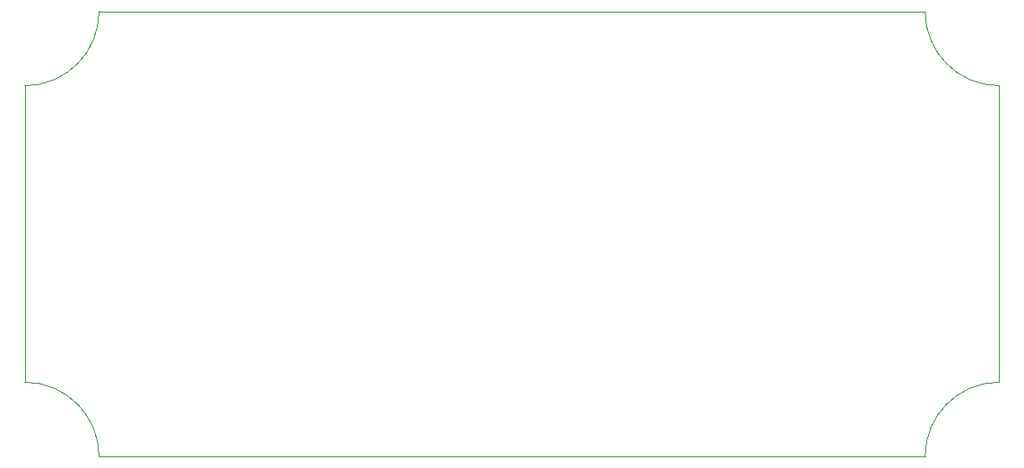
<source format=gm1>
G04 #@! TF.GenerationSoftware,KiCad,Pcbnew,(5.1.7)-1*
G04 #@! TF.CreationDate,2020-12-20T14:57:21+09:00*
G04 #@! TF.ProjectId,pcbkicad,7063626b-6963-4616-942e-6b696361645f,rev?*
G04 #@! TF.SameCoordinates,Original*
G04 #@! TF.FileFunction,Profile,NP*
%FSLAX46Y46*%
G04 Gerber Fmt 4.6, Leading zero omitted, Abs format (unit mm)*
G04 Created by KiCad (PCBNEW (5.1.7)-1) date 2020-12-20 14:57:21*
%MOMM*%
%LPD*%
G01*
G04 APERTURE LIST*
G04 #@! TA.AperFunction,Profile*
%ADD10C,0.100000*%
G04 #@! TD*
G04 #@! TA.AperFunction,Profile*
%ADD11C,0.050000*%
G04 #@! TD*
G04 APERTURE END LIST*
D10*
X188241500Y-76190500D02*
X188241500Y-104190500D01*
X103241500Y-69190500D02*
X181241500Y-69190500D01*
X96241500Y-104190500D02*
X96241500Y-76190500D01*
X181241500Y-111190500D02*
X103241500Y-111190500D01*
D11*
X188241500Y-76190500D02*
G75*
G02*
X181241500Y-69190500I0J7000000D01*
G01*
X103241500Y-69190500D02*
G75*
G02*
X96241500Y-76190500I-7000000J0D01*
G01*
X96241500Y-104190500D02*
G75*
G02*
X103241500Y-111190500I0J-7000000D01*
G01*
X181241500Y-111190500D02*
G75*
G02*
X188241500Y-104190500I7000000J0D01*
G01*
M02*

</source>
